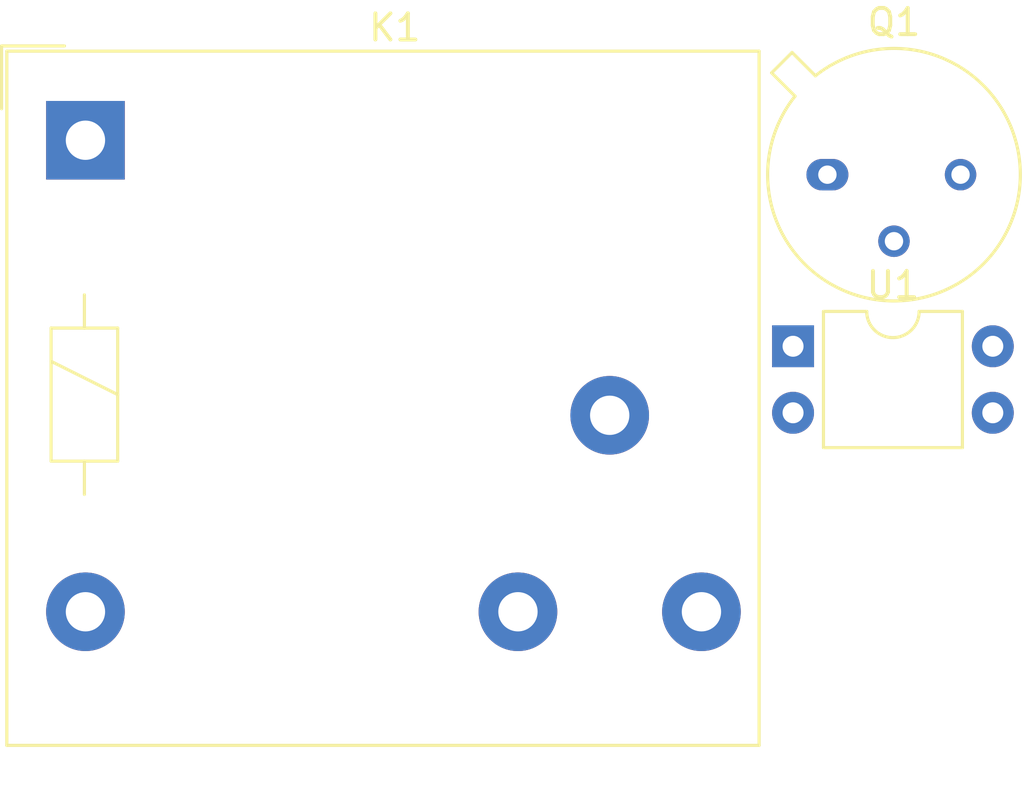
<source format=kicad_pcb>
(kicad_pcb (version 20171130) (host pcbnew 5.0.0)

  (general
    (thickness 1.6)
    (drawings 0)
    (tracks 0)
    (zones 0)
    (modules 3)
    (nets 10)
  )

  (page A4)
  (layers
    (0 F.Cu signal)
    (31 B.Cu signal)
    (32 B.Adhes user)
    (33 F.Adhes user)
    (34 B.Paste user)
    (35 F.Paste user)
    (36 B.SilkS user)
    (37 F.SilkS user)
    (38 B.Mask user)
    (39 F.Mask user)
    (40 Dwgs.User user)
    (41 Cmts.User user)
    (42 Eco1.User user)
    (43 Eco2.User user)
    (44 Edge.Cuts user)
    (45 Margin user)
    (46 B.CrtYd user)
    (47 F.CrtYd user)
    (48 B.Fab user)
    (49 F.Fab user)
  )

  (setup
    (last_trace_width 0.25)
    (trace_clearance 0.2)
    (zone_clearance 0.508)
    (zone_45_only no)
    (trace_min 0.2)
    (segment_width 0.2)
    (edge_width 0.15)
    (via_size 0.8)
    (via_drill 0.4)
    (via_min_size 0.4)
    (via_min_drill 0.3)
    (uvia_size 0.3)
    (uvia_drill 0.1)
    (uvias_allowed no)
    (uvia_min_size 0.2)
    (uvia_min_drill 0.1)
    (pcb_text_width 0.3)
    (pcb_text_size 1.5 1.5)
    (mod_edge_width 0.15)
    (mod_text_size 1 1)
    (mod_text_width 0.15)
    (pad_size 1.524 1.524)
    (pad_drill 0.762)
    (pad_to_mask_clearance 0.2)
    (aux_axis_origin 0 0)
    (visible_elements FFFFFF7F)
    (pcbplotparams
      (layerselection 0x010fc_ffffffff)
      (usegerberextensions false)
      (usegerberattributes false)
      (usegerberadvancedattributes false)
      (creategerberjobfile false)
      (excludeedgelayer true)
      (linewidth 0.100000)
      (plotframeref false)
      (viasonmask false)
      (mode 1)
      (useauxorigin false)
      (hpglpennumber 1)
      (hpglpenspeed 20)
      (hpglpendiameter 15.000000)
      (psnegative false)
      (psa4output false)
      (plotreference true)
      (plotvalue true)
      (plotinvisibletext false)
      (padsonsilk false)
      (subtractmaskfromsilk false)
      (outputformat 1)
      (mirror false)
      (drillshape 1)
      (scaleselection 1)
      (outputdirectory ""))
  )

  (net 0 "")
  (net 1 +5V)
  (net 2 "Net-(D1-Pad1)")
  (net 3 "Net-(J1-Pad2)")
  (net 4 "Net-(J1-Pad3)")
  (net 5 "Net-(J1-Pad1)")
  (net 6 GND)
  (net 7 "Net-(Q1-Pad2)")
  (net 8 "Net-(R1-Pad1)")
  (net 9 "Net-(R2-Pad2)")

  (net_class Default "This is the default net class."
    (clearance 0.2)
    (trace_width 0.25)
    (via_dia 0.8)
    (via_drill 0.4)
    (uvia_dia 0.3)
    (uvia_drill 0.1)
    (add_net +5V)
    (add_net GND)
    (add_net "Net-(D1-Pad1)")
    (add_net "Net-(J1-Pad1)")
    (add_net "Net-(J1-Pad2)")
    (add_net "Net-(J1-Pad3)")
    (add_net "Net-(Q1-Pad2)")
    (add_net "Net-(R1-Pad1)")
    (add_net "Net-(R2-Pad2)")
  )

  (module Relay_THT:Relay_SPDT_Finder_40.11 (layer F.Cu) (tedit 5A6364EC) (tstamp 5B9BE610)
    (at 111.210001 53.190001)
    (descr "Relay SPDT Finder 40.11, https://www.finder-relais.net/de/finder-relais-serie-40.pdf")
    (tags "Relay SPDT Finder 40.11 ")
    (path /5B9BE271)
    (fp_text reference K1 (at 11.8 -4.3) (layer F.SilkS)
      (effects (font (size 1 1) (thickness 0.15)))
    )
    (fp_text value FINDER-40.11 (at 11.7 24.1) (layer F.Fab)
      (effects (font (size 1 1) (thickness 0.15)))
    )
    (fp_text user %R (at 10.7 10.6) (layer F.Fab)
      (effects (font (size 1 1) (thickness 0.15)))
    )
    (fp_line (start 25.7 23.1) (end 25.7 -3.4) (layer F.SilkS) (width 0.12))
    (fp_line (start -3 23.1) (end 25.7 23.1) (layer F.SilkS) (width 0.12))
    (fp_line (start 25.6 23) (end 25.6 -3.3) (layer F.Fab) (width 0.12))
    (fp_line (start -2.9 23) (end 25.6 23) (layer F.Fab) (width 0.12))
    (fp_line (start -3.2 -1.2) (end -3.2 -3.6) (layer F.SilkS) (width 0.12))
    (fp_line (start -0.8 -3.6) (end -3.2 -3.6) (layer F.SilkS) (width 0.12))
    (fp_line (start -3 23.1) (end -3 -3.4) (layer F.SilkS) (width 0.12))
    (fp_line (start -3 -3.4) (end 25.7 -3.4) (layer F.SilkS) (width 0.12))
    (fp_line (start -1.9 -3.3) (end -2.9 -2.2) (layer F.Fab) (width 0.12))
    (fp_line (start 25.6 -3.3) (end -1.9 -3.3) (layer F.Fab) (width 0.12))
    (fp_line (start -2.9 -2.2) (end -2.9 23) (layer F.Fab) (width 0.12))
    (fp_line (start -1.31 8.44) (end 1.23 9.71) (layer F.SilkS) (width 0.12))
    (fp_line (start -0.04 12.25) (end -0.04 13.52) (layer F.SilkS) (width 0.12))
    (fp_line (start -0.04 5.9) (end -0.04 7.17) (layer F.SilkS) (width 0.12))
    (fp_line (start -0.04 7.17) (end 1.23 7.17) (layer F.SilkS) (width 0.12))
    (fp_line (start 1.23 7.17) (end 1.23 12.25) (layer F.SilkS) (width 0.12))
    (fp_line (start 1.23 12.25) (end -1.31 12.25) (layer F.SilkS) (width 0.12))
    (fp_line (start -1.31 12.25) (end -1.31 7.17) (layer F.SilkS) (width 0.12))
    (fp_line (start -1.31 7.17) (end -0.04 7.17) (layer F.SilkS) (width 0.12))
    (fp_line (start -3.15 -3.55) (end 25.85 -3.55) (layer F.CrtYd) (width 0.05))
    (fp_line (start -3.15 -3.55) (end -3.15 23.25) (layer F.CrtYd) (width 0.05))
    (fp_line (start 25.85 23.25) (end 25.85 -3.55) (layer F.CrtYd) (width 0.05))
    (fp_line (start 25.85 23.25) (end -3.15 23.25) (layer F.CrtYd) (width 0.05))
    (pad A1 thru_hole rect (at 0 0) (size 3 3) (drill 1.5) (layers *.Cu *.Mask)
      (net 1 +5V))
    (pad A2 thru_hole circle (at 0 18) (size 3 3) (drill 1.5) (layers *.Cu *.Mask)
      (net 2 "Net-(D1-Pad1)"))
    (pad 11 thru_hole circle (at 20 10.5) (size 3 3) (drill 1.5) (layers *.Cu *.Mask)
      (net 3 "Net-(J1-Pad2)"))
    (pad 14 thru_hole circle (at 23.5 18) (size 3 3) (drill 1.5) (layers *.Cu *.Mask)
      (net 4 "Net-(J1-Pad3)"))
    (pad 12 thru_hole circle (at 16.5 18) (size 3 3) (drill 1.5) (layers *.Cu *.Mask)
      (net 5 "Net-(J1-Pad1)"))
    (model ${KISYS3DMOD}/Relay_THT.3dshapes/Relay_SPDT_Finder_40.11.wrl
      (at (xyz 0 0 0))
      (scale (xyz 1 1 1))
      (rotate (xyz 0 0 0))
    )
  )

  (module Package_TO_SOT_THT:TO-39-3 (layer F.Cu) (tedit 5A02FF81) (tstamp 5B9BE625)
    (at 139.515001 54.505001)
    (descr TO-39-3)
    (tags TO-39-3)
    (path /5B9C5AA9)
    (fp_text reference Q1 (at 2.54 -5.82) (layer F.SilkS)
      (effects (font (size 1 1) (thickness 0.15)))
    )
    (fp_text value BC141 (at 2.54 5.82) (layer F.Fab)
      (effects (font (size 1 1) (thickness 0.15)))
    )
    (fp_text user %R (at 2.54 -5.82) (layer F.Fab)
      (effects (font (size 1 1) (thickness 0.15)))
    )
    (fp_line (start -0.465408 -3.61352) (end -1.27151 -4.419621) (layer F.Fab) (width 0.1))
    (fp_line (start -1.27151 -4.419621) (end -1.879621 -3.81151) (layer F.Fab) (width 0.1))
    (fp_line (start -1.879621 -3.81151) (end -1.07352 -3.005408) (layer F.Fab) (width 0.1))
    (fp_line (start -0.457084 -3.774902) (end -1.348039 -4.665856) (layer F.SilkS) (width 0.12))
    (fp_line (start -1.348039 -4.665856) (end -2.125856 -3.888039) (layer F.SilkS) (width 0.12))
    (fp_line (start -2.125856 -3.888039) (end -1.234902 -2.997084) (layer F.SilkS) (width 0.12))
    (fp_line (start -2.41 -4.95) (end -2.41 4.95) (layer F.CrtYd) (width 0.05))
    (fp_line (start -2.41 4.95) (end 7.49 4.95) (layer F.CrtYd) (width 0.05))
    (fp_line (start 7.49 4.95) (end 7.49 -4.95) (layer F.CrtYd) (width 0.05))
    (fp_line (start 7.49 -4.95) (end -2.41 -4.95) (layer F.CrtYd) (width 0.05))
    (fp_circle (center 2.54 0) (end 6.79 0) (layer F.Fab) (width 0.1))
    (fp_arc (start 2.54 0) (end -0.465408 -3.61352) (angle 349.5) (layer F.Fab) (width 0.1))
    (fp_arc (start 2.54 0) (end -0.457084 -3.774902) (angle 346.9) (layer F.SilkS) (width 0.12))
    (pad 1 thru_hole oval (at 0 0) (size 1.6 1.2) (drill 0.7) (layers *.Cu *.Mask)
      (net 6 GND))
    (pad 2 thru_hole oval (at 2.54 2.54) (size 1.2 1.2) (drill 0.7) (layers *.Cu *.Mask)
      (net 7 "Net-(Q1-Pad2)"))
    (pad 3 thru_hole oval (at 5.08 0) (size 1.2 1.2) (drill 0.7) (layers *.Cu *.Mask)
      (net 2 "Net-(D1-Pad1)"))
    (model ${KISYS3DMOD}/Package_TO_SOT_THT.3dshapes/TO-39-3.wrl
      (at (xyz 0 0 0))
      (scale (xyz 1 1 1))
      (rotate (xyz 0 0 0))
    )
  )

  (module Package_DIP:DIP-4_W7.62mm (layer F.Cu) (tedit 5A02E8C5) (tstamp 5B9BE63D)
    (at 138.205001 61.055001)
    (descr "4-lead though-hole mounted DIP package, row spacing 7.62 mm (300 mils)")
    (tags "THT DIP DIL PDIP 2.54mm 7.62mm 300mil")
    (path /5B9C0F1B)
    (fp_text reference U1 (at 3.81 -2.33) (layer F.SilkS)
      (effects (font (size 1 1) (thickness 0.15)))
    )
    (fp_text value PC817 (at 3.81 4.87) (layer F.Fab)
      (effects (font (size 1 1) (thickness 0.15)))
    )
    (fp_arc (start 3.81 -1.33) (end 2.81 -1.33) (angle -180) (layer F.SilkS) (width 0.12))
    (fp_line (start 1.635 -1.27) (end 6.985 -1.27) (layer F.Fab) (width 0.1))
    (fp_line (start 6.985 -1.27) (end 6.985 3.81) (layer F.Fab) (width 0.1))
    (fp_line (start 6.985 3.81) (end 0.635 3.81) (layer F.Fab) (width 0.1))
    (fp_line (start 0.635 3.81) (end 0.635 -0.27) (layer F.Fab) (width 0.1))
    (fp_line (start 0.635 -0.27) (end 1.635 -1.27) (layer F.Fab) (width 0.1))
    (fp_line (start 2.81 -1.33) (end 1.16 -1.33) (layer F.SilkS) (width 0.12))
    (fp_line (start 1.16 -1.33) (end 1.16 3.87) (layer F.SilkS) (width 0.12))
    (fp_line (start 1.16 3.87) (end 6.46 3.87) (layer F.SilkS) (width 0.12))
    (fp_line (start 6.46 3.87) (end 6.46 -1.33) (layer F.SilkS) (width 0.12))
    (fp_line (start 6.46 -1.33) (end 4.81 -1.33) (layer F.SilkS) (width 0.12))
    (fp_line (start -1.1 -1.55) (end -1.1 4.1) (layer F.CrtYd) (width 0.05))
    (fp_line (start -1.1 4.1) (end 8.7 4.1) (layer F.CrtYd) (width 0.05))
    (fp_line (start 8.7 4.1) (end 8.7 -1.55) (layer F.CrtYd) (width 0.05))
    (fp_line (start 8.7 -1.55) (end -1.1 -1.55) (layer F.CrtYd) (width 0.05))
    (fp_text user %R (at 3.81 1.27) (layer F.Fab)
      (effects (font (size 1 1) (thickness 0.15)))
    )
    (pad 1 thru_hole rect (at 0 0) (size 1.6 1.6) (drill 0.8) (layers *.Cu *.Mask)
      (net 8 "Net-(R1-Pad1)"))
    (pad 3 thru_hole oval (at 7.62 2.54) (size 1.6 1.6) (drill 0.8) (layers *.Cu *.Mask)
      (net 9 "Net-(R2-Pad2)"))
    (pad 2 thru_hole oval (at 0 2.54) (size 1.6 1.6) (drill 0.8) (layers *.Cu *.Mask)
      (net 6 GND))
    (pad 4 thru_hole oval (at 7.62 0) (size 1.6 1.6) (drill 0.8) (layers *.Cu *.Mask)
      (net 1 +5V))
    (model ${KISYS3DMOD}/Package_DIP.3dshapes/DIP-4_W7.62mm.wrl
      (at (xyz 0 0 0))
      (scale (xyz 1 1 1))
      (rotate (xyz 0 0 0))
    )
  )

)

</source>
